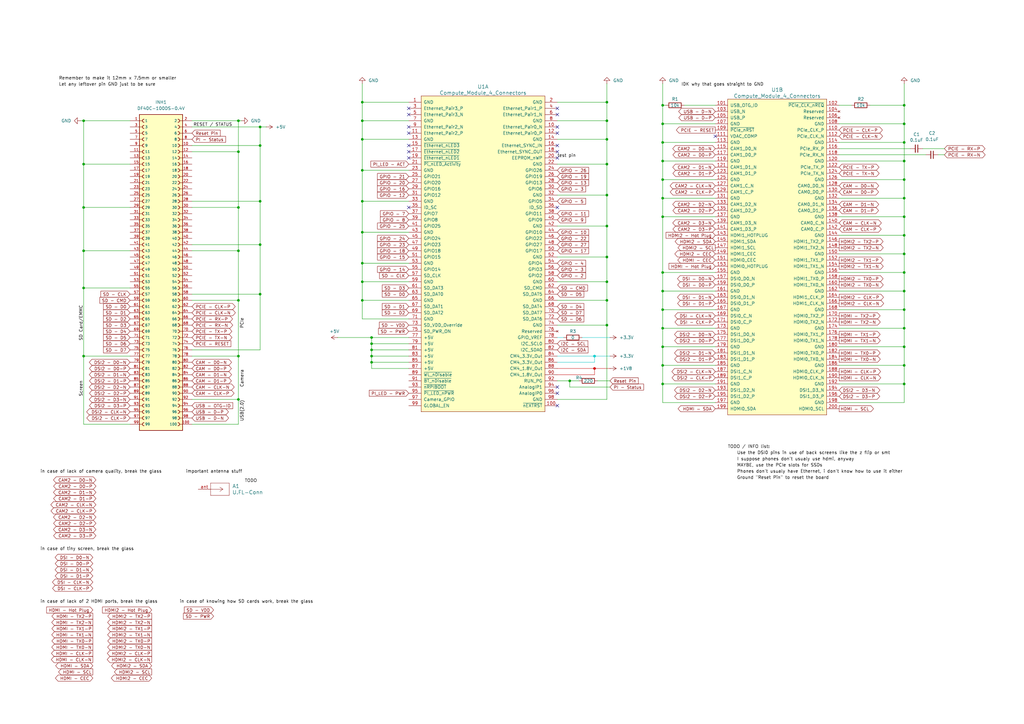
<source format=kicad_sch>
(kicad_sch (version 20250114) (generator "eeschema") (generator_version "9.0")
  (paper "A3")
  (title_block (title "Modular SPIRIT Phone") (date "2025-10-19") (rev "vOCT 19/2025") (comment 4 "Author: DevECoisas"))
  (junction (at 148.59 115.57))
  (junction (at 248.92 133.35))
  (junction (at 271.78 43.18))
  (junction (at 271.78 58.42))
  (junction (at 370.84 73.66))
  (junction (at 97.79 163.83))
  (junction (at 370.84 119.38))
  (junction (at 370.84 81.28))
  (junction (at 248.92 123.19))
  (junction (at 34.29 102.87))
  (junction (at 97.79 102.87))
  (junction (at 370.84 58.42))
  (junction (at 106.68 100.33))
  (junction (at 248.92 49.53))
  (junction (at 152.4 138.43))
  (junction (at 370.84 50.8))
  (junction (at 370.84 66.04))
  (junction (at 370.84 111.76))
  (junction (at 271.78 66.04))
  (junction (at 248.92 57.15))
  (junction (at 248.92 80.01))
  (junction (at 370.84 142.24))
  (junction (at 34.29 67.31))
  (junction (at 34.29 85.09))
  (junction (at 148.59 69.85))
  (junction (at 148.59 95.25))
  (junction (at 34.29 49.53))
  (junction (at 271.78 50.8))
  (junction (at 152.4 148.59))
  (junction (at 106.68 52.07))
  (junction (at 34.29 146.05))
  (junction (at 370.84 104.14))
  (junction (at 271.78 149.86))
  (junction (at 97.79 85.09))
  (junction (at 152.4 143.51))
  (junction (at 97.79 146.05))
  (junction (at 148.59 49.53))
  (junction (at 248.92 41.91))
  (junction (at 370.84 157.48))
  (junction (at 271.78 88.9))
  (junction (at 233.68 156.21))
  (junction (at 106.68 59.69))
  (junction (at 271.78 73.66))
  (junction (at 271.78 119.38))
  (junction (at 271.78 127))
  (junction (at 271.78 111.76))
  (junction (at 148.59 123.19))
  (junction (at 152.4 140.97))
  (junction (at 248.92 92.71))
  (junction (at 248.92 115.57))
  (junction (at 148.59 41.91))
  (junction (at 97.79 62.23))
  (junction (at 148.59 57.15))
  (junction (at 248.92 105.41))
  (junction (at 152.4 146.05))
  (junction (at 370.84 127))
  (junction (at 271.78 157.48))
  (junction (at 370.84 43.18))
  (junction (at 106.68 120.65))
  (junction (at 370.84 96.52))
  (junction (at 271.78 81.28))
  (junction (at 148.59 107.95))
  (junction (at 148.59 82.55))
  (junction (at 271.78 142.24))
  (junction (at 243.84 146.05) (color 0 194 194 1))
  (junction (at 106.68 82.55))
  (junction (at 97.79 123.19))
  (junction (at 370.84 88.9))
  (junction (at 248.92 67.31))
  (junction (at 370.84 134.62))
  (junction (at 243.84 151.13) (color 194 0 0 1))
  (junction (at 271.78 134.62))
  (junction (at 370.84 149.86))
  (junction (at 34.29 118.11))
  (junction (at 97.79 49.53))
  (no_connect (at 167.64 85.09))
  (no_connect (at 167.64 59.69))
  (no_connect (at 228.6 52.07))
  (no_connect (at 167.64 46.99))
  (no_connect (at 167.64 64.77))
  (no_connect (at 167.64 44.45))
  (no_connect (at 228.6 166.37))
  (no_connect (at 228.6 54.61))
  (no_connect (at 228.6 161.29))
  (no_connect (at 228.6 62.23))
  (no_connect (at 228.6 158.75))
  (no_connect (at 167.64 52.07))
  (no_connect (at 228.6 64.77))
  (no_connect (at 228.6 44.45))
  (no_connect (at 167.64 54.61))
  (no_connect (at 228.6 85.09))
  (no_connect (at 167.64 62.23))
  (no_connect (at 228.6 46.99))
  (no_connect (at 228.6 59.69))
  (no_connect (at 293.37 55.88))
  (wire (pts (xy 78.74 102.87) (xy 97.79 102.87)))
  (wire (pts (xy 370.84 66.04) (xy 370.84 73.66)))
  (wire (pts (xy 370.84 81.28) (xy 370.84 88.9)))
  (wire (pts (xy 271.78 119.38) (xy 271.78 127)))
  (wire (pts (xy 78.74 49.53) (xy 97.79 49.53)))
  (wire (pts (xy 148.59 107.95) (xy 167.64 107.95)))
  (wire (pts (xy 248.92 57.15) (xy 248.92 49.53)))
  (wire (pts (xy 228.6 80.01) (xy 248.92 80.01)))
  (wire (pts (xy 248.92 105.41) (xy 248.92 92.71)))
  (wire (pts (xy 370.84 43.18) (xy 370.84 34.29)))
  (wire (pts (xy 271.78 50.8) (xy 293.37 50.8)))
  (wire (pts (xy 344.17 73.66) (xy 370.84 73.66)))
  (wire (pts (xy 271.78 88.9) (xy 271.78 111.76)))
  (wire (pts (xy 106.68 52.07) (xy 109.22 52.07)))
  (wire (pts (xy 228.6 67.31) (xy 248.92 67.31)))
  (wire (pts (xy 293.37 134.62) (xy 271.78 134.62)))
  (wire (pts (xy 250.19 151.13) (xy 243.84 151.13)) (stroke (width 0) (color 194 0 0 1)))
  (wire (pts (xy 152.4 148.59) (xy 167.64 148.59)))
  (wire (pts (xy 148.59 95.25) (xy 148.59 82.55)))
  (wire (pts (xy 248.92 115.57) (xy 248.92 105.41)))
  (wire (pts (xy 228.6 49.53) (xy 248.92 49.53)))
  (wire (pts (xy 243.84 146.05) (xy 250.19 146.05)) (stroke (width 0) (color 0 194 194 1)))
  (wire (pts (xy 344.17 142.24) (xy 370.84 142.24)))
  (wire (pts (xy 106.68 59.69) (xy 78.74 59.69)))
  (wire (pts (xy 344.17 96.52) (xy 370.84 96.52)))
  (wire (pts (xy 34.29 67.31) (xy 34.29 85.09)))
  (wire (pts (xy 344.17 134.62) (xy 370.84 134.62)))
  (wire (pts (xy 78.74 163.83) (xy 97.79 163.83)))
  (wire (pts (xy 167.64 130.81) (xy 148.59 130.81)))
  (wire (pts (xy 344.17 111.76) (xy 370.84 111.76)))
  (wire (pts (xy 344.17 81.28) (xy 370.84 81.28)))
  (wire (pts (xy 370.84 73.66) (xy 370.84 81.28)))
  (wire (pts (xy 238.76 138.43) (xy 250.19 138.43)) (stroke (width 0) (color 0 194 194 1)))
  (wire (pts (xy 53.34 85.09) (xy 34.29 85.09)))
  (wire (pts (xy 370.84 88.9) (xy 370.84 96.52)))
  (wire (pts (xy 250.19 156.21) (xy 245.11 156.21)))
  (wire (pts (xy 106.68 52.07) (xy 78.74 52.07)))
  (wire (pts (xy 148.59 115.57) (xy 148.59 123.19)))
  (wire (pts (xy 34.29 146.05) (xy 34.29 173.99)))
  (wire (pts (xy 293.37 66.04) (xy 271.78 66.04)))
  (wire (pts (xy 148.59 49.53) (xy 167.64 49.53)))
  (wire (pts (xy 248.92 163.83) (xy 248.92 133.35)))
  (wire (pts (xy 148.59 107.95) (xy 148.59 95.25)))
  (wire (pts (xy 370.84 58.42) (xy 370.84 50.8)))
  (wire (pts (xy 78.74 123.19) (xy 97.79 123.19)))
  (wire (pts (xy 356.87 43.18) (xy 370.84 43.18)))
  (wire (pts (xy 152.4 148.59) (xy 152.4 151.13)))
  (wire (pts (xy 384.81 63.5) (xy 387.35 63.5)))
  (wire (pts (xy 370.84 66.04) (xy 370.84 58.42)))
  (wire (pts (xy 293.37 81.28) (xy 271.78 81.28)))
  (wire (pts (xy 148.59 69.85) (xy 148.59 57.15)))
  (wire (pts (xy 233.68 158.75) (xy 250.19 158.75)))
  (wire (pts (xy 344.17 104.14) (xy 370.84 104.14)))
  (wire (pts (xy 271.78 50.8) (xy 271.78 58.42)))
  (wire (pts (xy 293.37 149.86) (xy 271.78 149.86)))
  (wire (pts (xy 248.92 80.01) (xy 248.92 67.31)))
  (wire (pts (xy 106.68 100.33) (xy 106.68 120.65)))
  (wire (pts (xy 271.78 66.04) (xy 271.78 73.66)))
  (wire (pts (xy 248.92 67.31) (xy 248.92 57.15)))
  (wire (pts (xy 148.59 69.85) (xy 167.64 69.85)))
  (wire (pts (xy 271.78 134.62) (xy 271.78 142.24)))
  (wire (pts (xy 280.67 43.18) (xy 293.37 43.18)))
  (wire (pts (xy 370.84 111.76) (xy 370.84 119.38)))
  (wire (pts (xy 34.29 118.11) (xy 34.29 102.87)))
  (wire (pts (xy 148.59 107.95) (xy 148.59 115.57)))
  (wire (pts (xy 167.64 143.51) (xy 152.4 143.51)))
  (wire (pts (xy 97.79 49.53) (xy 97.79 62.23)))
  (wire (pts (xy 370.84 149.86) (xy 370.84 157.48)))
  (wire (pts (xy 53.34 49.53) (xy 34.29 49.53)))
  (wire (pts (xy 78.74 146.05) (xy 97.79 146.05)))
  (wire (pts (xy 97.79 102.87) (xy 97.79 85.09)))
  (wire (pts (xy 271.78 58.42) (xy 293.37 58.42)))
  (wire (pts (xy 344.17 63.5) (xy 379.73 63.5)))
  (wire (pts (xy 228.6 153.67) (xy 243.84 153.67)) (stroke (width 0) (color 194 0 0 1)))
  (wire (pts (xy 34.29 118.11) (xy 34.29 146.05)))
  (wire (pts (xy 228.6 105.41) (xy 248.92 105.41)))
  (wire (pts (xy 344.17 58.42) (xy 370.84 58.42)))
  (wire (pts (xy 148.59 49.53) (xy 148.59 41.91)))
  (wire (pts (xy 344.17 165.1) (xy 370.84 165.1)))
  (wire (pts (xy 78.74 85.09) (xy 97.79 85.09)))
  (wire (pts (xy 293.37 142.24) (xy 271.78 142.24)))
  (wire (pts (xy 148.59 95.25) (xy 167.64 95.25)))
  (wire (pts (xy 344.17 119.38) (xy 370.84 119.38)))
  (wire (pts (xy 106.68 59.69) (xy 106.68 52.07)))
  (wire (pts (xy 228.6 92.71) (xy 248.92 92.71)))
  (wire (pts (xy 53.34 146.05) (xy 34.29 146.05)))
  (wire (pts (xy 78.74 143.51) (xy 106.68 143.51)))
  (wire (pts (xy 344.17 50.8) (xy 370.84 50.8)))
  (wire (pts (xy 53.34 67.31) (xy 34.29 67.31)))
  (wire (pts (xy 97.79 102.87) (xy 97.79 123.19)))
  (wire (pts (xy 370.84 104.14) (xy 370.84 111.76)))
  (wire (pts (xy 228.6 146.05) (xy 243.84 146.05)) (stroke (width 0) (color 0 194 194 1)))
  (wire (pts (xy 228.6 41.91) (xy 248.92 41.91)))
  (wire (pts (xy 148.59 82.55) (xy 167.64 82.55)))
  (wire (pts (xy 271.78 81.28) (xy 271.78 88.9)))
  (wire (pts (xy 97.79 123.19) (xy 97.79 146.05)))
  (wire (pts (xy 148.59 57.15) (xy 148.59 49.53)))
  (wire (pts (xy 273.05 43.18) (xy 271.78 43.18)))
  (wire (pts (xy 293.37 157.48) (xy 271.78 157.48)))
  (wire (pts (xy 344.17 88.9) (xy 370.84 88.9)))
  (wire (pts (xy 243.84 146.05) (xy 243.84 148.59)) (stroke (width 0) (color 0 194 194 1)))
  (wire (pts (xy 148.59 123.19) (xy 148.59 130.81)))
  (wire (pts (xy 248.92 92.71) (xy 248.92 80.01)))
  (wire (pts (xy 106.68 100.33) (xy 78.74 100.33)))
  (wire (pts (xy 152.4 138.43) (xy 152.4 140.97)))
  (wire (pts (xy 53.34 102.87) (xy 34.29 102.87)))
  (wire (pts (xy 228.6 148.59) (xy 243.84 148.59)) (stroke (width 0) (color 0 194 194 1)))
  (wire (pts (xy 228.6 138.43) (xy 231.14 138.43)) (stroke (width 0) (color 0 194 194 1)))
  (wire (pts (xy 152.4 143.51) (xy 152.4 146.05)))
  (wire (pts (xy 271.78 34.29) (xy 271.78 43.18)))
  (wire (pts (xy 167.64 138.43) (xy 152.4 138.43)))
  (wire (pts (xy 97.79 163.83) (xy 97.79 173.99)))
  (wire (pts (xy 148.59 57.15) (xy 167.64 57.15)))
  (wire (pts (xy 248.92 133.35) (xy 248.92 123.19)))
  (wire (pts (xy 293.37 119.38) (xy 271.78 119.38)))
  (wire (pts (xy 97.79 49.53) (xy 99.06 49.53)))
  (wire (pts (xy 344.17 66.04) (xy 370.84 66.04)))
  (wire (pts (xy 34.29 49.53) (xy 34.29 67.31)))
  (wire (pts (xy 271.78 111.76) (xy 271.78 119.38)))
  (wire (pts (xy 370.84 43.18) (xy 370.84 50.8)))
  (wire (pts (xy 97.79 62.23) (xy 97.79 85.09)))
  (wire (pts (xy 167.64 115.57) (xy 148.59 115.57)))
  (wire (pts (xy 271.78 127) (xy 271.78 134.62)))
  (wire (pts (xy 344.17 157.48) (xy 370.84 157.48)))
  (wire (pts (xy 152.4 146.05) (xy 167.64 146.05)))
  (wire (pts (xy 97.79 146.05) (xy 97.79 163.83)))
  (wire (pts (xy 271.78 142.24) (xy 271.78 149.86)))
  (wire (pts (xy 370.84 96.52) (xy 370.84 104.14)))
  (wire (pts (xy 293.37 127) (xy 271.78 127)))
  (wire (pts (xy 370.84 119.38) (xy 370.84 127)))
  (wire (pts (xy 228.6 57.15) (xy 248.92 57.15)))
  (wire (pts (xy 106.68 59.69) (xy 106.68 82.55)))
  (wire (pts (xy 237.49 156.21) (xy 233.68 156.21)))
  (wire (pts (xy 271.78 111.76) (xy 293.37 111.76)))
  (wire (pts (xy 106.68 100.33) (xy 106.68 82.55)))
  (wire (pts (xy 271.78 58.42) (xy 271.78 66.04)))
  (wire (pts (xy 138.43 138.43) (xy 152.4 138.43)))
  (wire (pts (xy 271.78 73.66) (xy 271.78 81.28)))
  (wire (pts (xy 228.6 115.57) (xy 248.92 115.57)))
  (wire (pts (xy 152.4 151.13) (xy 167.64 151.13)))
  (wire (pts (xy 293.37 165.1) (xy 271.78 165.1)))
  (wire (pts (xy 228.6 133.35) (xy 248.92 133.35)))
  (wire (pts (xy 148.59 123.19) (xy 167.64 123.19)))
  (wire (pts (xy 370.84 127) (xy 370.84 134.62)))
  (wire (pts (xy 106.68 120.65) (xy 78.74 120.65)))
  (wire (pts (xy 34.29 102.87) (xy 34.29 85.09)))
  (wire (pts (xy 248.92 49.53) (xy 248.92 41.91)))
  (wire (pts (xy 106.68 143.51) (xy 106.68 120.65)))
  (wire (pts (xy 148.59 41.91) (xy 148.59 34.29)))
  (wire (pts (xy 148.59 41.91) (xy 167.64 41.91)))
  (wire (pts (xy 243.84 151.13) (xy 228.6 151.13)) (stroke (width 0) (color 194 0 0 1)))
  (wire (pts (xy 271.78 88.9) (xy 293.37 88.9)))
  (wire (pts (xy 152.4 140.97) (xy 167.64 140.97)))
  (wire (pts (xy 233.68 156.21) (xy 233.68 158.75)))
  (wire (pts (xy 344.17 127) (xy 370.84 127)))
  (wire (pts (xy 271.78 149.86) (xy 271.78 157.48)))
  (wire (pts (xy 387.35 60.96) (xy 378.46 60.96)))
  (wire (pts (xy 370.84 157.48) (xy 370.84 165.1)))
  (wire (pts (xy 293.37 73.66) (xy 271.78 73.66)))
  (wire (pts (xy 370.84 142.24) (xy 370.84 149.86)))
  (wire (pts (xy 233.68 156.21) (xy 228.6 156.21)))
  (wire (pts (xy 148.59 82.55) (xy 148.59 69.85)))
  (wire (pts (xy 152.4 140.97) (xy 152.4 143.51)))
  (wire (pts (xy 344.17 149.86) (xy 370.84 149.86)))
  (wire (pts (xy 53.34 118.11) (xy 34.29 118.11)))
  (wire (pts (xy 228.6 123.19) (xy 248.92 123.19)))
  (wire (pts (xy 271.78 157.48) (xy 271.78 165.1)))
  (wire (pts (xy 53.34 173.99) (xy 34.29 173.99)))
  (wire (pts (xy 370.84 134.62) (xy 370.84 142.24)))
  (wire (pts (xy 248.92 41.91) (xy 248.92 34.29)))
  (wire (pts (xy 344.17 43.18) (xy 349.25 43.18)))
  (wire (pts (xy 152.4 146.05) (xy 152.4 148.59)))
  (wire (pts (xy 78.74 173.99) (xy 97.79 173.99)))
  (wire (pts (xy 271.78 43.18) (xy 271.78 50.8)))
  (wire (pts (xy 228.6 163.83) (xy 248.92 163.83)))
  (wire (pts (xy 34.29 49.53) (xy 33.02 49.53)))
  (wire (pts (xy 243.84 153.67) (xy 243.84 151.13)) (stroke (width 0) (color 194 0 0 1)))
  (wire (pts (xy 78.74 62.23) (xy 97.79 62.23)))
  (wire (pts (xy 106.68 82.55) (xy 78.74 82.55)))
  (wire (pts (xy 248.92 123.19) (xy 248.92 115.57)))
  (wire (pts (xy 373.38 60.96) (xy 344.17 60.96)))
  (label "Phones don't usualy have Ethernet, i don't know how to use it either" (at 302.26 194.31 0))
  (label "Remember to make it 12mm x 7.5mm or smaller" (at 24.13 33.02 0))
  (label "USB(2.0)" (at 100.33 172.72 90))
  (label "Screen" (at 34.29 162.56 90))
  (label "in case of knowing how SD cards work, break the glass" (at 73.66 247.65 0))
  (label "SD Card{slash}EMMC" (at 34.29 139.7 90))
  (label "in case of tiny screen, break the glass" (at 16.51 226.06 0))
  (label "MAYBE, use the PCIe slots for SSDs" (at 302.26 191.77 0))
  (label "PCIe" (at 100.33 134.62 90))
  (label "Use the DSI0 pins in use of back screens like the z flip or smt" (at 302.26 186.69 0))
  (label "test pin" (at 228.6 64.77 0))
  (label "RESET {slash} STATUS" (at 95.25 52.07 180))
  (label "IDK why that goes straight to GND" (at 279.4 35.56 0))
  (label "TODO {slash} INFO list:" (at 298.45 184.15 0))
  (label "Ground \"Reset Pin\" to reset the board" (at 302.26 196.85 0))
  (label "in case of lack of 2 HDMI ports, break the glass" (at 16.51 247.65 0))
  (label "I suppose phones don't usualy use hdmi, anyway" (at 302.26 189.23 0))
  (label "in case of lack of camera quality, break the glass" (at 16.51 194.31 0))
  (label "Let any leftover pin GND just to be sure" (at 24.13 35.56 0))
  (label "TODO" (at 100.33 198.12 0))
  (label "important antenna stuff" (at 76.2 194.31 0))
  (label "Camera" (at 100.33 158.75 90))
  (global_label "SD - CLK" (shape input) (at 53.34 120.65 180) (property "Intersheetrefs" "${INTERSHEET_REFS}" (effects (hide yes))))
  (global_label "HDMI2 - CLK-P" (shape output) (at 62.23 267.97 180) (property "Intersheetrefs" "${INTERSHEET_REFS}" (effects (hide yes))))
  (global_label "USB - D-N" (shape bidirectional) (at 293.37 45.72 180) (property "Intersheetrefs" "${INTERSHEET_REFS}" (effects (hide yes))))
  (global_label "DSI - D0-P" (shape bidirectional) (at 293.37 116.84 180) (property "Intersheetrefs" "${INTERSHEET_REFS}" (effects (hide yes))))
  (global_label "DSI - CLK-P" (shape bidirectional) (at 38.1 241.3 180) (property "Intersheetrefs" "${INTERSHEET_REFS}" (effects (hide yes))))
  (global_label "CAM2 - D3-N" (shape bidirectional) (at 39.37 217.17 180) (property "Intersheetrefs" "${INTERSHEET_REFS}" (effects (hide yes))))
  (global_label "DSI2 - D2-N" (shape bidirectional) (at 53.34 158.75 180) (property "Intersheetrefs" "${INTERSHEET_REFS}" (effects (hide yes))))
  (global_label "HDMI2 - TX1-N" (shape output) (at 344.17 109.22 0) (property "Intersheetrefs" "${INTERSHEET_REFS}" (effects (hide yes))))
  (global_label "GPIO - 4" (shape input) (at 228.6 107.95 0) (property "Intersheetrefs" "${INTERSHEET_REFS}" (effects (hide yes))))
  (global_label "HDMI - TX2-P" (shape output) (at 344.17 129.54 0) (property "Intersheetrefs" "${INTERSHEET_REFS}" (effects (hide yes))))
  (global_label "DSI2 - D2-P" (shape bidirectional) (at 293.37 162.56 180) (property "Intersheetrefs" "${INTERSHEET_REFS}" (effects (hide yes))))
  (global_label "PCIE - TX-N" (shape bidirectional) (at 78.74 138.43 0) (property "Intersheetrefs" "${INTERSHEET_REFS}" (effects (hide yes))))
  (global_label "GPIO - 11" (shape input) (at 228.6 87.63 0) (property "Intersheetrefs" "${INTERSHEET_REFS}" (effects (hide yes))))
  (global_label "HDMI - CLK-P" (shape output) (at 344.17 152.4 0) (property "Intersheetrefs" "${INTERSHEET_REFS}" (effects (hide yes))))
  (global_label "GPIO - 19" (shape input) (at 228.6 72.39 0) (property "Intersheetrefs" "${INTERSHEET_REFS}" (effects (hide yes))))
  (global_label "SD - CMD" (shape input) (at 53.34 123.19 180) (property "Intersheetrefs" "${INTERSHEET_REFS}" (effects (hide yes))))
  (global_label "Reset Pin" (shape input) (at 250.19 156.21 0) (property "Intersheetrefs" "${INTERSHEET_REFS}" (effects (hide yes))))
  (global_label "DSI - D1-P" (shape bidirectional) (at 38.1 236.22 180) (property "Intersheetrefs" "${INTERSHEET_REFS}" (effects (hide yes))))
  (global_label "GPIO - 23" (shape input) (at 167.64 100.33 180) (property "Intersheetrefs" "${INTERSHEET_REFS}" (effects (hide yes))))
  (global_label "GPIO - 15" (shape input) (at 167.64 105.41 180) (property "Intersheetrefs" "${INTERSHEET_REFS}" (effects (hide yes))))
  (global_label "CAM2 - D1-N" (shape bidirectional) (at 293.37 68.58 180) (property "Intersheetrefs" "${INTERSHEET_REFS}" (effects (hide yes))))
  (global_label "SD - D7" (shape input) (at 53.34 143.51 180) (property "Intersheetrefs" "${INTERSHEET_REFS}" (effects (hide yes))))
  (global_label "HDMI - SDA" (shape bidirectional) (at 38.1 273.05 180) (property "Intersheetrefs" "${INTERSHEET_REFS}" (effects (hide yes))))
  (global_label "CAM2 - D0-P" (shape bidirectional) (at 293.37 63.5 180) (property "Intersheetrefs" "${INTERSHEET_REFS}" (effects (hide yes))))
  (global_label "DSI2 - CLK-P" (shape bidirectional) (at 293.37 154.94 180) (property "Intersheetrefs" "${INTERSHEET_REFS}" (effects (hide yes))))
  (global_label "HDMI - TX1-N" (shape output) (at 38.1 260.35 180) (property "Intersheetrefs" "${INTERSHEET_REFS}" (effects (hide yes))))
  (global_label "HDMI2 - TX0-N" (shape output) (at 62.23 265.43 180) (property "Intersheetrefs" "${INTERSHEET_REFS}" (effects (hide yes))))
  (global_label "GPIO - 25" (shape input) (at 167.64 92.71 180) (property "Intersheetrefs" "${INTERSHEET_REFS}" (effects (hide yes))))
  (global_label "SD - CLK" (shape input) (at 167.64 113.03 180) (property "Intersheetrefs" "${INTERSHEET_REFS}" (effects (hide yes))))
  (global_label "CAM2 - CLK-P" (shape bidirectional) (at 293.37 78.74 180) (property "Intersheetrefs" "${INTERSHEET_REFS}" (effects (hide yes))))
  (global_label "GPIO - 27" (shape input) (at 228.6 100.33 0) (property "Intersheetrefs" "${INTERSHEET_REFS}" (effects (hide yes))))
  (global_label "DSI - D1-P" (shape bidirectional) (at 293.37 124.46 180) (property "Intersheetrefs" "${INTERSHEET_REFS}" (effects (hide yes))))
  (global_label "HDMI2 - TX2-N" (shape output) (at 344.17 101.6 0) (property "Intersheetrefs" "${INTERSHEET_REFS}" (effects (hide yes))))
  (global_label "PCIE - TX-N" (shape bidirectional) (at 344.17 71.12 0) (property "Intersheetrefs" "${INTERSHEET_REFS}" (effects (hide yes))))
  (global_label "HDMI2 - CLK-N" (shape output) (at 62.23 270.51 180) (property "Intersheetrefs" "${INTERSHEET_REFS}" (effects (hide yes))))
  (global_label "CAM2 - D3-N" (shape bidirectional) (at 293.37 91.44 180) (property "Intersheetrefs" "${INTERSHEET_REFS}" (effects (hide yes))))
  (global_label "DSI - D0-N" (shape bidirectional) (at 38.1 228.6 180) (property "Intersheetrefs" "${INTERSHEET_REFS}" (effects (hide yes))))
  (global_label "HDMI2 - TX1-N" (shape output) (at 62.23 260.35 180) (property "Intersheetrefs" "${INTERSHEET_REFS}" (effects (hide yes))))
  (global_label "CAM2 - D1-N" (shape bidirectional) (at 39.37 201.93 180) (property "Intersheetrefs" "${INTERSHEET_REFS}" (effects (hide yes))))
  (global_label "SD - D5" (shape input) (at 228.6 120.65 0) (property "Intersheetrefs" "${INTERSHEET_REFS}" (effects (hide yes))))
  (global_label "CAM2 - D1-P" (shape bidirectional) (at 293.37 71.12 180) (property "Intersheetrefs" "${INTERSHEET_REFS}" (effects (hide yes))))
  (global_label "PCIE - RX-N" (shape bidirectional) (at 387.35 63.5 0) (property "Intersheetrefs" "${INTERSHEET_REFS}" (effects (hide yes))))
  (global_label "GPIO - 9" (shape input) (at 228.6 90.17 0) (property "Intersheetrefs" "${INTERSHEET_REFS}" (effects (hide yes))))
  (global_label "PCIE - CLK-N" (shape bidirectional) (at 78.74 128.27 0) (property "Intersheetrefs" "${INTERSHEET_REFS}" (effects (hide yes))))
  (global_label "SD - D0" (shape input) (at 53.34 125.73 180) (property "Intersheetrefs" "${INTERSHEET_REFS}" (effects (hide yes))))
  (global_label "I2C - SDA" (shape input) (at 228.6 143.51 0) (property "Intersheetrefs" "${INTERSHEET_REFS}" (effects (hide yes))))
  (global_label "CAM2 - D2-N" (shape bidirectional) (at 293.37 83.82 180) (property "Intersheetrefs" "${INTERSHEET_REFS}" (effects (hide yes))))
  (global_label "CAM - D0-P" (shape bidirectional) (at 344.17 78.74 0) (property "Intersheetrefs" "${INTERSHEET_REFS}" (effects (hide yes))))
  (global_label "DSI2 - CLK-N" (shape bidirectional) (at 293.37 152.4 180) (property "Intersheetrefs" "${INTERSHEET_REFS}" (effects (hide yes))))
  (global_label "DSI - D0-N" (shape bidirectional) (at 293.37 114.3 180) (property "Intersheetrefs" "${INTERSHEET_REFS}" (effects (hide yes))))
  (global_label "GPIO - 24" (shape input) (at 167.64 97.79 180) (property "Intersheetrefs" "${INTERSHEET_REFS}" (effects (hide yes))))
  (global_label "HDMI - CEC" (shape bidirectional) (at 38.1 278.13 180) (property "Intersheetrefs" "${INTERSHEET_REFS}" (effects (hide yes))))
  (global_label "GPIO - 3" (shape input) (at 228.6 77.47 0) (property "Intersheetrefs" "${INTERSHEET_REFS}" (effects (hide yes))))
  (global_label "PI - Status" (shape input) (at 250.19 158.75 0) (property "Intersheetrefs" "${INTERSHEET_REFS}" (effects (hide yes))))
  (global_label "PCIE - RX-P" (shape bidirectional) (at 78.74 130.81 0) (property "Intersheetrefs" "${INTERSHEET_REFS}" (effects (hide yes))))
  (global_label "SD - D1" (shape input) (at 167.64 125.73 180) (property "Intersheetrefs" "${INTERSHEET_REFS}" (effects (hide yes))))
  (global_label "SD - PWR" (shape input) (at 167.64 135.89 180) (property "Intersheetrefs" "${INTERSHEET_REFS}" (effects (hide yes))))
  (global_label "HDMI - SDA" (shape bidirectional) (at 293.37 167.64 180) (property "Intersheetrefs" "${INTERSHEET_REFS}" (effects (hide yes))))
  (global_label "DSI2 - CLK-N" (shape bidirectional) (at 53.34 168.91 180) (property "Intersheetrefs" "${INTERSHEET_REFS}" (effects (hide yes))))
  (global_label "CAM - CLK-N" (shape bidirectional) (at 344.17 91.44 0) (property "Intersheetrefs" "${INTERSHEET_REFS}" (effects (hide yes))))
  (global_label "GPIO - 18" (shape input) (at 167.64 102.87 180) (property "Intersheetrefs" "${INTERSHEET_REFS}" (effects (hide yes))))
  (global_label "PCIE - CLK-P" (shape bidirectional) (at 344.17 53.34 0) (property "Intersheetrefs" "${INTERSHEET_REFS}" (effects (hide yes))))
  (global_label "SD - D4" (shape input) (at 228.6 125.73 0) (property "Intersheetrefs" "${INTERSHEET_REFS}" (effects (hide yes))))
  (global_label "HDMI - SCL" (shape output) (at 344.17 167.64 0) (property "Intersheetrefs" "${INTERSHEET_REFS}" (effects (hide yes))))
  (global_label "SD - CMD" (shape input) (at 228.6 118.11 0) (property "Intersheetrefs" "${INTERSHEET_REFS}" (effects (hide yes))))
  (global_label "CAM - D0-P" (shape bidirectional) (at 78.74 151.13 0) (property "Intersheetrefs" "${INTERSHEET_REFS}" (effects (hide yes))))
  (global_label "DSI - CLK-P" (shape bidirectional) (at 293.37 132.08 180) (property "Intersheetrefs" "${INTERSHEET_REFS}" (effects (hide yes))))
  (global_label "GPIO - 10" (shape input) (at 228.6 95.25 0) (property "Intersheetrefs" "${INTERSHEET_REFS}" (effects (hide yes))))
  (global_label "PCIE - CLK-P" (shape bidirectional) (at 78.74 125.73 0) (property "Intersheetrefs" "${INTERSHEET_REFS}" (effects (hide yes))))
  (global_label "DSI2 - D1-N" (shape bidirectional) (at 293.37 144.78 180) (property "Intersheetrefs" "${INTERSHEET_REFS}" (effects (hide yes))))
  (global_label "PI_LED - ACT" (shape input) (at 167.64 67.31 180) (property "Intersheetrefs" "${INTERSHEET_REFS}" (effects (hide yes))))
  (global_label "CAM2 - D1-P" (shape bidirectional) (at 39.37 204.47 180) (property "Intersheetrefs" "${INTERSHEET_REFS}" (effects (hide yes))))
  (global_label "SD - D6" (shape input) (at 228.6 130.81 0) (property "Intersheetrefs" "${INTERSHEET_REFS}" (effects (hide yes))))
  (global_label "GPIO - 3" (shape input) (at 228.6 110.49 0) (property "Intersheetrefs" "${INTERSHEET_REFS}" (effects (hide yes))))
  (global_label "HDMI - TX1-N" (shape output) (at 344.17 139.7 0) (property "Intersheetrefs" "${INTERSHEET_REFS}" (effects (hide yes))))
  (global_label "HDMI2 - SCL" (shape output) (at 62.23 275.59 180) (property "Intersheetrefs" "${INTERSHEET_REFS}" (effects (hide yes))))
  (global_label "CAM - CLK-P" (shape bidirectional) (at 78.74 161.29 0) (property "Intersheetrefs" "${INTERSHEET_REFS}" (effects (hide yes))))
  (global_label "CAM2 - D0-N" (shape bidirectional) (at 39.37 196.85 180) (property "Intersheetrefs" "${INTERSHEET_REFS}" (effects (hide yes))))
  (global_label "GPIO - 17" (shape input) (at 228.6 102.87 0) (property "Intersheetrefs" "${INTERSHEET_REFS}" (effects (hide yes))))
  (global_label "CAM - D1-N" (shape bidirectional) (at 344.17 83.82 0) (property "Intersheetrefs" "${INTERSHEET_REFS}" (effects (hide yes))))
  (global_label "DSI2 - D0-P" (shape bidirectional) (at 53.34 151.13 180) (property "Intersheetrefs" "${INTERSHEET_REFS}" (effects (hide yes))))
  (global_label "GPIO - 21" (shape input) (at 167.64 72.39 180) (property "Intersheetrefs" "${INTERSHEET_REFS}" (effects (hide yes))))
  (global_label "HDMI2 - TX2-P" (shape output) (at 344.17 99.06 0) (property "Intersheetrefs" "${INTERSHEET_REFS}" (effects (hide yes))))
  (global_label "DSI2 - D0-N" (shape bidirectional) (at 53.34 148.59 180) (property "Intersheetrefs" "${INTERSHEET_REFS}" (effects (hide yes))))
  (global_label "DSI - CLK-N" (shape bidirectional) (at 38.1 238.76 180) (property "Intersheetrefs" "${INTERSHEET_REFS}" (effects (hide yes))))
  (global_label "HDMI2 - SDA" (shape bidirectional) (at 62.23 273.05 180) (property "Intersheetrefs" "${INTERSHEET_REFS}" (effects (hide yes))))
  (global_label "USB - D-P" (shape bidirectional) (at 293.37 48.26 180) (property "Intersheetrefs" "${INTERSHEET_REFS}" (effects (hide yes))))
  (global_label "DSI - D1-N" (shape bidirectional) (at 38.1 233.68 180) (property "Intersheetrefs" "${INTERSHEET_REFS}" (effects (hide yes))))
  (global_label "GPIO - 8" (shape input) (at 167.64 90.17 180) (property "Intersheetrefs" "${INTERSHEET_REFS}" (effects (hide yes))))
  (global_label "HDMI2 - TX2-N" (shape output) (at 62.23 255.27 180) (property "Intersheetrefs" "${INTERSHEET_REFS}" (effects (hide yes))))
  (global_label "HDMI - TX0-N" (shape output) (at 38.1 265.43 180) (property "Intersheetrefs" "${INTERSHEET_REFS}" (effects (hide yes))))
  (global_label "HDMI2 - TX2-P" (shape output) (at 62.23 252.73 180) (property "Intersheetrefs" "${INTERSHEET_REFS}" (effects (hide yes))))
  (global_label "HDMI - TX0-P" (shape output) (at 344.17 144.78 0) (property "Intersheetrefs" "${INTERSHEET_REFS}" (effects (hide yes))))
  (global_label "HDMI2 - TX0-P" (shape output) (at 344.17 114.3 0) (property "Intersheetrefs" "${INTERSHEET_REFS}" (effects (hide yes))))
  (global_label "GPIO - 13" (shape input) (at 228.6 74.93 0) (property "Intersheetrefs" "${INTERSHEET_REFS}" (effects (hide yes))))
  (global_label "CAM2 - D0-N" (shape bidirectional) (at 293.37 60.96 180) (property "Intersheetrefs" "${INTERSHEET_REFS}" (effects (hide yes))))
  (global_label "HDMI - CLK-P" (shape output) (at 38.1 267.97 180) (property "Intersheetrefs" "${INTERSHEET_REFS}" (effects (hide yes))))
  (global_label "SD - PWR" (shape input) (at 87.63 252.73 180) (property "Intersheetrefs" "${INTERSHEET_REFS}" (effects (hide yes))))
  (global_label "GPIO - 20" (shape input) (at 167.64 74.93 180) (property "Intersheetrefs" "${INTERSHEET_REFS}" (effects (hide yes))))
  (global_label "CAM - D0-N" (shape bidirectional) (at 78.74 148.59 0) (property "Intersheetrefs" "${INTERSHEET_REFS}" (effects (hide yes))))
  (global_label "PCIE - RX-N" (shape bidirectional) (at 78.74 133.35 0) (property "Intersheetrefs" "${INTERSHEET_REFS}" (effects (hide yes))))
  (global_label "DSI2 - D1-P" (shape bidirectional) (at 53.34 156.21 180) (property "Intersheetrefs" "${INTERSHEET_REFS}" (effects (hide yes))))
  (global_label "USB - D-P" (shape bidirectional) (at 78.74 168.91 0) (property "Intersheetrefs" "${INTERSHEET_REFS}" (effects (hide yes))))
  (global_label "HDMI2 - SCL" (shape output) (at 293.37 101.6 180) (property "Intersheetrefs" "${INTERSHEET_REFS}" (effects (hide yes))))
  (global_label "HDMI2 - TX1-P" (shape output) (at 344.17 106.68 0) (property "Intersheetrefs" "${INTERSHEET_REFS}" (effects (hide yes))))
  (global_label "DSI2 - D3-N" (shape bidirectional) (at 53.34 163.83 180) (property "Intersheetrefs" "${INTERSHEET_REFS}" (effects (hide yes))))
  (global_label "HDMI - Hot Plug" (shape input) (at 38.1 250.19 180) (property "Intersheetrefs" "${INTERSHEET_REFS}" (effects (hide yes))))
  (global_label "DSI - CLK-N" (shape bidirectional) (at 293.37 129.54 180) (property "Intersheetrefs" "${INTERSHEET_REFS}" (effects (hide yes))))
  (global_label "HDMI - CEC" (shape bidirectional) (at 293.37 106.68 180) (property "Intersheetrefs" "${INTERSHEET_REFS}" (effects (hide yes))))
  (global_label "PI - Status" (shape input) (at 78.74 57.15 0) (property "Intersheetrefs" "${INTERSHEET_REFS}" (effects (hide yes))))
  (global_label "CAM2 - CLK-P" (shape bidirectional) (at 39.37 209.55 180) (property "Intersheetrefs" "${INTERSHEET_REFS}" (effects (hide yes))))
  (global_label "CAM - D1-P" (shape bidirectional) (at 78.74 156.21 0) (property "Intersheetrefs" "${INTERSHEET_REFS}" (effects (hide yes))))
  (global_label "CAM - CLK-N" (shape bidirectional) (at 78.74 158.75 0) (property "Intersheetrefs" "${INTERSHEET_REFS}" (effects (hide yes))))
  (global_label "DSI2 - CLK-P" (shape bidirectional) (at 53.34 171.45 180) (property "Intersheetrefs" "${INTERSHEET_REFS}" (effects (hide yes))))
  (global_label "HDMI - TX2-N" (shape output) (at 344.17 132.08 0) (property "Intersheetrefs" "${INTERSHEET_REFS}" (effects (hide yes))))
  (global_label "HDMI - TX2-N" (shape output) (at 38.1 255.27 180) (property "Intersheetrefs" "${INTERSHEET_REFS}" (effects (hide yes))))
  (global_label "HDMI - TX0-P" (shape output) (at 38.1 262.89 180) (property "Intersheetrefs" "${INTERSHEET_REFS}" (effects (hide yes))))
  (global_label "CAM - D1-N" (shape bidirectional) (at 78.74 153.67 0) (property "Intersheetrefs" "${INTERSHEET_REFS}" (effects (hide yes))))
  (global_label "SD - D4" (shape input) (at 53.34 135.89 180) (property "Intersheetrefs" "${INTERSHEET_REFS}" (effects (hide yes))))
  (global_label "DSI2 - D0-N" (shape bidirectional) (at 293.37 137.16 180) (property "Intersheetrefs" "${INTERSHEET_REFS}" (effects (hide yes))))
  (global_label "CAM2 - D2-N" (shape bidirectional) (at 39.37 212.09 180) (property "Intersheetrefs" "${INTERSHEET_REFS}" (effects (hide yes))))
  (global_label "GPIO - 12" (shape input) (at 167.64 80.01 180) (property "Intersheetrefs" "${INTERSHEET_REFS}" (effects (hide yes))))
  (global_label "SD - D0" (shape input) (at 167.64 120.65 180) (property "Intersheetrefs" "${INTERSHEET_REFS}" (effects (hide yes))))
  (global_label "I2C - SCL" (shape input) (at 228.6 140.97 0) (property "Intersheetrefs" "${INTERSHEET_REFS}" (effects (hide yes))))
  (global_label "CAM - D1-P" (shape bidirectional) (at 344.17 86.36 0) (property "Intersheetrefs" "${INTERSHEET_REFS}" (effects (hide yes))))
  (global_label "PCIE - TX-P" (shape bidirectional) (at 344.17 68.58 0) (property "Intersheetrefs" "${INTERSHEET_REFS}" (effects (hide yes))))
  (global_label "HDMI2 - Hot Plug" (shape input) (at 293.37 96.52 180) (property "Intersheetrefs" "${INTERSHEET_REFS}" (effects (hide yes))))
  (global_label "DSI2 - D2-N" (shape bidirectional) (at 293.37 160.02 180) (property "Intersheetrefs" "${INTERSHEET_REFS}" (effects (hide yes))))
  (global_label "GPIO - 7" (shape input) (at 167.64 87.63 180) (property "Intersheetrefs" "${INTERSHEET_REFS}" (effects (hide yes))))
  (global_label "DSI2 - D0-P" (shape bidirectional) (at 293.37 139.7 180) (property "Intersheetrefs" "${INTERSHEET_REFS}" (effects (hide yes))))
  (global_label "PI_LED - PWR" (shape input) (at 167.64 161.29 180) (property "Intersheetrefs" "${INTERSHEET_REFS}" (effects (hide yes))))
  (global_label "SD - D3" (shape input) (at 167.64 118.11 180) (property "Intersheetrefs" "${INTERSHEET_REFS}" (effects (hide yes))))
  (global_label "HDMI2 - TX0-P" (shape output) (at 62.23 262.89 180) (property "Intersheetrefs" "${INTERSHEET_REFS}" (effects (hide yes))))
  (global_label "GPIO - 16" (shape input) (at 167.64 77.47 180) (property "Intersheetrefs" "${INTERSHEET_REFS}" (effects (hide yes))))
  (global_label "CAM2 - D3-P" (shape bidirectional) (at 293.37 93.98 180) (property "Intersheetrefs" "${INTERSHEET_REFS}" (effects (hide yes))))
  (global_label "CAM2 - D0-P" (shape bidirectional) (at 39.37 199.39 180) (property "Intersheetrefs" "${INTERSHEET_REFS}" (effects (hide yes))))
  (global_label "CAM2 - D2-P" (shape bidirectional) (at 293.37 86.36 180) (property "Intersheetrefs" "${INTERSHEET_REFS}" (effects (hide yes))))
  (global_label "CAM2 - D2-P" (shape bidirectional) (at 39.37 214.63 180) (property "Intersheetrefs" "${INTERSHEET_REFS}" (effects (hide yes))))
  (global_label "DSI - D1-N" (shape bidirectional) (at 293.37 121.92 180) (property "Intersheetrefs" "${INTERSHEET_REFS}" (effects (hide yes))))
  (global_label "HDMI - TX2-P" (shape output) (at 38.1 252.73 180) (property "Intersheetrefs" "${INTERSHEET_REFS}" (effects (hide yes))))
  (global_label "SD - D3" (shape input) (at 53.34 133.35 180) (property "Intersheetrefs" "${INTERSHEET_REFS}" (effects (hide yes))))
  (global_label "PCIE - RESET" (shape input) (at 78.74 140.97 0) (property "Intersheetrefs" "${INTERSHEET_REFS}" (effects (hide yes))))
  (global_label "DSI2 - D3-P" (shape bidirectional) (at 53.34 166.37 180) (property "Intersheetrefs" "${INTERSHEET_REFS}" (effects (hide yes))))
  (global_label "DSI2 - D3-N" (shape bidirectional) (at 344.17 160.02 0) (property "Intersheetrefs" "${INTERSHEET_REFS}" (effects (hide yes))))
  (global_label "CAM2 - CLK-N" (shape bidirectional) (at 39.37 207.01 180) (property "Intersheetrefs" "${INTERSHEET_REFS}" (effects (hide yes))))
  (global_label "Reset Pin" (shape input) (at 78.74 54.61 0) (property "Intersheetrefs" "${INTERSHEET_REFS}" (effects (hide yes))))
  (global_label "GPIO - 22" (shape input) (at 228.6 97.79 0) (property "Intersheetrefs" "${INTERSHEET_REFS}" (effects (hide yes))))
  (global_label "HDMI2 - CLK-P" (shape output) (at 344.17 121.92 0) (property "Intersheetrefs" "${INTERSHEET_REFS}" (effects (hide yes))))
  (global_label "SD - VDD" (shape input) (at 167.64 133.35 180) (property "Intersheetrefs" "${INTERSHEET_REFS}" (effects (hide yes))))
  (global_label "USB - OTG-ID" (shape input) (at 78.74 166.37 0) (property "Intersheetrefs" "${INTERSHEET_REFS}" (effects (hide yes))))
  (global_label "DSI2 - D1-P" (shape bidirectional) (at 293.37 147.32 180) (property "Intersheetrefs" "${INTERSHEET_REFS}" (effects (hide yes))))
  (global_label "SD - D2" (shape input) (at 167.64 128.27 180) (property "Intersheetrefs" "${INTERSHEET_REFS}" (effects (hide yes))))
  (global_label "USB - D-N" (shape bidirectional) (at 78.74 171.45 0) (property "Intersheetrefs" "${INTERSHEET_REFS}" (effects (hide yes))))
  (global_label "SD - D7" (shape input) (at 228.6 128.27 0) (property "Intersheetrefs" "${INTERSHEET_REFS}" (effects (hide yes))))
  (global_label "HDMI - Hot Plug" (shape input) (at 293.37 109.22 180) (property "Intersheetrefs" "${INTERSHEET_REFS}" (effects (hide yes))))
  (global_label "HDMI - CLK-N" (shape output) (at 38.1 270.51 180) (property "Intersheetrefs" "${INTERSHEET_REFS}" (effects (hide yes))))
  (global_label "HDMI2 - CEC" (shape bidirectional) (at 62.23 278.13 180) (property "Intersheetrefs" "${INTERSHEET_REFS}" (effects (hide yes))))
  (global_label "HDMI2 - SDA" (shape bidirectional) (at 293.37 99.06 180) (property "Intersheetrefs" "${INTERSHEET_REFS}" (effects (hide yes))))
  (global_label "HDMI - TX1-P" (shape output) (at 344.17 137.16 0) (property "Intersheetrefs" "${INTERSHEET_REFS}" (effects (hide yes))))
  (global_label "SD - VDD" (shape input) (at 87.63 250.19 180) (property "Intersheetrefs" "${INTERSHEET_REFS}" (effects (hide yes))))
  (global_label "CAM2 - CLK-N" (shape bidirectional) (at 293.37 76.2 180) (property "Intersheetrefs" "${INTERSHEET_REFS}" (effects (hide yes))))
  (global_label "HDMI - TX1-P" (shape output) (at 38.1 257.81 180) (property "Intersheetrefs" "${INTERSHEET_REFS}" (effects (hide yes))))
  (global_label "PCIE - TX-P" (shape bidirectional) (at 78.74 135.89 0) (property "Intersheetrefs" "${INTERSHEET_REFS}" (effects (hide yes))))
  (global_label "HDMI2 - TX1-P" (shape output) (at 62.23 257.81 180) (property "Intersheetrefs" "${INTERSHEET_REFS}" (effects (hide yes))))
  (global_label "HDMI2 - Hot Plug" (shape input) (at 62.23 250.19 180) (property "Intersheetrefs" "${INTERSHEET_REFS}" (effects (hide yes))))
  (global_label "CAM - CLK-P" (shape bidirectional) (at 344.17 93.98 0) (property "Intersheetrefs" "${INTERSHEET_REFS}" (effects (hide yes))))
  (global_label "HDMI2 - CEC" (shape bidirectional) (at 293.37 104.14 180) (property "Intersheetrefs" "${INTERSHEET_REFS}" (effects (hide yes))))
  (global_label "HDMI - TX0-N" (shape output) (at 344.17 147.32 0) (property "Intersheetrefs" "${INTERSHEET_REFS}" (effects (hide yes))))
  (global_label "HDMI2 - TX0-N" (shape output) (at 344.17 116.84 0) (property "Intersheetrefs" "${INTERSHEET_REFS}" (effects (hide yes))))
  (global_label "DSI2 - D1-N" (shape bidirectional) (at 53.34 153.67 180) (property "Intersheetrefs" "${INTERSHEET_REFS}" (effects (hide yes))))
  (global_label "SD - D1" (shape input) (at 53.34 128.27 180) (property "Intersheetrefs" "${INTERSHEET_REFS}" (effects (hide yes))))
  (global_label "GPIO - 14" (shape input) (at 167.64 110.49 180) (property "Intersheetrefs" "${INTERSHEET_REFS}" (effects (hide yes))))
  (global_label "GPIO - 2" (shape input) (at 228.6 113.03 0) (property "Intersheetrefs" "${INTERSHEET_REFS}" (effects (hide yes))))
  (global_label "SD - D2" (shape input) (at 53.34 130.81 180) (property "Intersheetrefs" "${INTERSHEET_REFS}" (effects (hide yes))))
  (global_label "HDMI - CLK-N" (shape output) (at 344.17 154.94 0) (property "Intersheetrefs" "${INTERSHEET_REFS}" (effects (hide yes))))
  (global_label "DSI - D0-P" (shape bidirectional) (at 38.1 231.14 180) (property "Intersheetrefs" "${INTERSHEET_REFS}" (effects (hide yes))))
  (global_label "HDMI2 - CLK-N" (shape output) (at 344.17 124.46 0) (property "Intersheetrefs" "${INTERSHEET_REFS}" (effects (hide yes))))
  (global_label "SD - D5" (shape input) (at 53.34 138.43 180) (property "Intersheetrefs" "${INTERSHEET_REFS}" (effects (hide yes))))
  (global_label "CAM - D0-N" (shape bidirectional) (at 344.17 76.2 0) (property "Intersheetrefs" "${INTERSHEET_REFS}" (effects (hide yes))))
  (global_label "PCIE - RESET" (shape output) (at 293.37 53.34 180) (property "Intersheetrefs" "${INTERSHEET_REFS}" (effects (hide yes))))
  (global_label "GPIO - 26" (shape input) (at 228.6 69.85 0) (property "Intersheetrefs" "${INTERSHEET_REFS}" (effects (hide yes))))
  (global_label "CAM2 - D3-P" (shape bidirectional) (at 39.37 219.71 180) (property "Intersheetrefs" "${INTERSHEET_REFS}" (effects (hide yes))))
  (global_label "DSI2 - D3-P" (shape bidirectional) (at 344.17 162.56 0) (property "Intersheetrefs" "${INTERSHEET_REFS}" (effects (hide yes))))
  (global_label "DSI2 - D2-P" (shape bidirectional) (at 53.34 161.29 180) (property "Intersheetrefs" "${INTERSHEET_REFS}" (effects (hide yes))))
  (global_label "PCIE - CLK-N" (shape bidirectional) (at 344.17 55.88 0) (property "Intersheetrefs" "${INTERSHEET_REFS}" (effects (hide yes))))
  (global_label "PCIE - RX-P" (shape bidirectional) (at 387.35 60.96 0) (property "Intersheetrefs" "${INTERSHEET_REFS}" (effects (hide yes))))
  (global_label "SD - D6" (shape input) (at 53.34 140.97 180) (property "Intersheetrefs" "${INTERSHEET_REFS}" (effects (hide yes))))
  (global_label "HDMI - SCL" (shape output) (at 38.1 275.59 180) (property "Intersheetrefs" "${INTERSHEET_REFS}" (effects (hide yes))))
  (global_label "GPIO - 5" (shape input) (at 228.6 82.55 0) (property "Intersheetrefs" "${INTERSHEET_REFS}" (effects (hide yes))))
  (symbol (lib_id "Device:C_Small") (at 375.92 60.96 270) (unit 1)
    (property "Reference" "C1" (at 375.92 55.1434 90))
    (property "Value" "0.1uF" (at 375.92 57.4548 90))
    (property "Footprint" "Capacitor_SMD:C_0805_2012Metric" (effects (hide yes)))
    (property "MPN" "CC0402KRX7R7BB104" (effects (hide yes)))
    (property "Manufacturer" "Yageo" (effects (hide yes)))
    (property "LCSC" "C60474" (effects (hide yes)))
    (property "Number" "0805B104K201DC" (effects (hide yes)))
  )
  (symbol (lib_id "Device:C_Small") (at 382.27 63.5 270) (unit 1)
    (property "Reference" "C2" (at 382.27 54.61 90))
    (property "Value" "0.1uF" (at 382.27 57.15 90))
    (property "Footprint" "Capacitor_SMD:C_0805_2012Metric" (effects (hide yes)))
    (property "MPN" "CC0402KRX7R7BB104" (effects (hide yes)))
    (property "Manufacturer" "Yageo" (effects (hide yes)))
    (property "LCSC" "C60474" (effects (hide yes)))
    (property "Number" "0805B104K201DC" (effects (hide yes)))
  )
  (symbol (lib_id "power:GND") (at 248.92 34.29 180) (unit 1)
    (property "Reference" "#PWR03" (effects (hide yes)))
    (property "Value" "GND" (at 251.46 33.0199 0) (effects (justify right)))
    (property "Description" "Power symbol creates a global label with name \"GND\" , ground" (effects (hide yes)))
  )
  (symbol (lib_id "Device:R") (at 234.95 138.43 90) (unit 1)
    (property "Reference" "R3" (at 234.95 135.89 90))
    (property "Value" "0" (at 234.95 138.43 90))
    (property "Footprint" "Resistor_SMD:R_0805_2012Metric" (effects (hide yes)))
    (property "Description" "Resistor" (effects (hide yes)))
  )
  (symbol (lib_id "Raspberry_Pi_Compute_Module_4:Compute_Module_4_Connectors") (at 293.37 43.18 0) (unit 2)
    (property "Reference" "U1" (at 318.77 36.83 0) (effects (font (size 1.524 1.524))))
    (property "Value" "Compute_Module_4_Connectors" (at 318.77 39.37 0) (effects (font (size 1.524 1.524))))
    (property "Footprint" "SPIRIT-footprints:Raspberry-Pi-4-Compute-Module" (effects (hide yes)))
  )
  (symbol (lib_id "Device:R") (at 353.06 43.18 90) (unit 1)
    (property "Reference" "R2" (at 353.06 40.64 90))
    (property "Value" "10k" (at 353.06 43.18 90))
    (property "Footprint" "Resistor_SMD:R_0805_2012Metric" (effects (hide yes)))
    (property "Description" "Resistor" (effects (hide yes)))
  )
  (symbol (lib_id "power:GND") (at 33.02 49.53 270) (unit 1)
    (property "Reference" "#PWR01" (effects (hide yes)))
    (property "Value" "GND" (at 29.21 49.5299 90) (effects (justify right)))
    (property "Description" "Power symbol creates a global label with name \"GND\" , ground" (effects (hide yes)))
  )
  (symbol (lib_id "power:+5V") (at 109.22 52.07 270) (unit 1)
    (property "Reference" "#PWR07" (effects (hide yes)))
    (property "Value" "+5V" (at 113.03 52.0699 90) (effects (justify left)))
    (property "Description" "Power symbol creates a global label with name \"+5V\"" (effects (hide yes)))
  )
  (symbol (lib_id "power:GND") (at 148.59 34.29 180) (unit 1)
    (property "Reference" "#PWR04" (effects (hide yes)))
    (property "Value" "GND" (at 151.13 33.0199 0) (effects (justify right)))
    (property "Description" "Power symbol creates a global label with name \"GND\" , ground" (effects (hide yes)))
  )
  (symbol (lib_id "Device:R") (at 276.86 43.18 90) (unit 1)
    (property "Reference" "R1" (at 276.86 40.64 90))
    (property "Value" "10k" (at 276.86 43.18 90))
    (property "Footprint" "Resistor_SMD:R_0805_2012Metric" (effects (hide yes)))
    (property "Description" "Resistor" (effects (hide yes)))
  )
  (symbol (lib_id "power:+5V") (at 138.43 138.43 90) (unit 1)
    (property "Reference" "#PWR05" (effects (hide yes)))
    (property "Value" "+5V" (at 137.16 135.89 90))
    (property "Description" "Power symbol creates a global label with name \"+5V\"" (effects (hide yes)))
  )
  (symbol (lib_id "power:+3.3V") (at 250.19 146.05 270) (unit 1)
    (property "Reference" "#PWR08" (effects (hide yes)))
    (property "Value" "+3.3V" (at 254 146.0499 90) (effects (justify left)))
    (property "Description" "Power symbol creates a global label with name \"+3.3V\"" (effects (hide yes)))
  )
  (symbol (lib_id "DF40C-100DS-0.4V_51_:DF40C-100DS-0.4V_51_") (at 66.04 110.49 0) (unit 1)
    (property "Reference" "INH1" (at 66.04 41.91 0))
    (property "Value" "DF40C-100DS-0.4V" (at 66.04 44.45 0))
    (property "Footprint" "Connector_Hirose_DF40:Hirose_DF40C-100DS-0.4V_2x50_P0.4mm" (effects (hide yes)))
    (property "MF" "Hirose" (effects (hide yes)))
    (property "MAXIMUM_PACKAGE_HEIGHT" "1.65mm" (effects (hide yes)))
    (property "Package" "None" (effects (hide yes)))
    (property "Price" "None" (effects (hide yes)))
    (property "Check_prices" "https://www.snapeda.com/parts/DF40C-100DS-0.4V(51)/Hirose/view-part/?ref=eda" (effects (hide yes)))
    (property "STANDARD" "Manufacturer Recommendations" (effects (hide yes)))
    (property "PARTREV" "Oct.1.2023" (effects (hide yes)))
    (property "SnapEDA_Link" "https://www.snapeda.com/parts/DF40C-100DS-0.4V(51)/Hirose/view-part/?ref=snap" (effects (hide yes)))
    (property "MP" "DF40C-100DS-0.4V(51)" (effects (hide yes)))
    (property "Description_1" "100 Position Connector Receptacle, Center Strip Contacts Surface Mount Gold" (effects (hide yes)))
    (property "Availability" "In Stock" (effects (hide yes)))
    (property "MANUFACTURER" "Hirose" (effects (hide yes)))
  )
  (symbol (lib_id "Device:R") (at 241.3 156.21 90) (unit 1)
    (property "Reference" "R4" (at 237.49 154.94 90))
    (property "Value" "220" (at 241.3 156.21 90))
    (property "Footprint" "Resistor_SMD:R_0805_2012Metric" (effects (hide yes)))
    (property "Description" "Resistor" (effects (hide yes)))
  )
  (symbol (lib_id "power:GND") (at 271.78 34.29 180) (unit 1)
    (property "Reference" "#PWR033" (effects (hide yes)))
    (property "Value" "GND" (at 274.32 33.0199 0) (effects (justify right)))
    (property "Description" "Power symbol creates a global label with name \"GND\" , ground" (effects (hide yes)))
  )
  (symbol (lib_id "power:GND") (at 370.84 34.29 180) (unit 1)
    (property "Reference" "#PWR02" (effects (hide yes)))
    (property "Value" "GND" (at 373.38 33.0199 0) (effects (justify right)))
    (property "Description" "Power symbol creates a global label with name \"GND\" , ground" (effects (hide yes)))
  )
  (symbol (lib_id "2025-10-16_22-54-59:U.FL-R-SMT-110") (at 81.28 200.66 0) (unit 1)
    (property "Reference" "A1" (at 95.25 199.3899 0) (effects (font (size 1.524 1.524)) (justify left)))
    (property "Value" "U.FL-Conn" (at 95.25 201.9299 0) (effects (font (size 1.524 1.524)) (justify left)))
    (property "Footprint" "U_FL_R_SMT_1_10:CONN1_UFL-R_HIR" (effects (hide yes)))
  )
  (symbol (lib_id "power:+1V8") (at 250.19 151.13 270) (unit 1)
    (property "Reference" "#PWR09" (effects (hide yes)))
    (property "Value" "+1V8" (at 254 151.1299 90) (effects (justify left)))
    (property "Description" "Power symbol creates a global label with name \"+1V8\"" (effects (hide yes)))
  )
  (symbol (lib_id "power:GND") (at 99.06 49.53 90) (mirror x) (unit 1)
    (property "Reference" "#PWR06" (effects (hide yes)))
    (property "Value" "GND" (at 102.87 49.5299 90) (effects (justify right)))
    (property "Description" "Power symbol creates a global label with name \"GND\" , ground" (effects (hide yes)))
  )
  (symbol (lib_id "power:+3.3V") (at 250.19 138.43 270) (unit 1)
    (property "Reference" "#PWR010" (effects (hide yes)))
    (property "Value" "+3.3V" (at 254 138.4299 90) (effects (justify left)))
    (property "Description" "Power symbol creates a global label with name \"+3.3V\"" (effects (hide yes)))
  )
  (symbol (lib_id "Raspberry_Pi_Compute_Module_4:Compute_Module_4_Connectors") (at 167.64 41.91 0) (unit 1)
    (property "Reference" "U1" (at 198.12 35.56 0) (effects (font (size 1.524 1.524))))
    (property "Value" "Compute_Module_4_Connectors" (at 198.12 38.1 0) (effects (font (size 1.524 1.524))))
    (property "Footprint" "SPIRIT-footprints:Raspberry-Pi-4-Compute-Module" (effects (hide yes)))
  )
)
</source>
